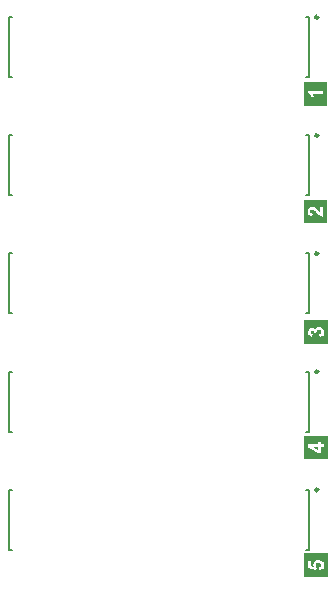
<source format=gto>
G04*
G04 #@! TF.GenerationSoftware,Altium Limited,Altium Designer,21.1.0 (24)*
G04*
G04 Layer_Color=65535*
%FSLAX44Y44*%
%MOMM*%
G71*
G04*
G04 #@! TF.SameCoordinates,BAFAB9C6-4635-4B56-BF62-033A307C6E1E*
G04*
G04*
G04 #@! TF.FilePolarity,Positive*
G04*
G01*
G75*
%ADD10C,0.2500*%
%ADD11C,0.2000*%
G36*
X162463Y465344D02*
X142463D01*
Y485344D01*
X162463D01*
Y465344D01*
D02*
G37*
G36*
X162276Y365793D02*
X142276D01*
Y385793D01*
X162276D01*
Y365793D01*
D02*
G37*
G36*
X162760Y165984D02*
X142760D01*
Y185984D01*
X162760D01*
Y165984D01*
D02*
G37*
G36*
X162760Y86533D02*
Y66533D01*
X142760D01*
Y86533D01*
X162760D01*
D02*
G37*
G36*
X162797Y283976D02*
Y263976D01*
X142797D01*
Y283976D01*
X162797D01*
D02*
G37*
%LPC*%
G36*
X158907Y478158D02*
X146019D01*
Y476158D01*
X146445Y475973D01*
X146834Y475732D01*
X147204Y475473D01*
X147500Y475214D01*
X147741Y474992D01*
X147926Y474788D01*
X148000Y474714D01*
X148056Y474659D01*
X148074Y474622D01*
X148093Y474603D01*
X148389Y474196D01*
X148648Y473807D01*
X148852Y473455D01*
X149000Y473140D01*
X149111Y472881D01*
X149204Y472696D01*
X149222Y472622D01*
X149241Y472566D01*
X149260Y472548D01*
Y472529D01*
X151482D01*
X151222Y473196D01*
X150944Y473788D01*
X150796Y474066D01*
X150630Y474325D01*
X150482Y474566D01*
X150333Y474788D01*
X150185Y474992D01*
X150056Y475177D01*
X149945Y475325D01*
X149833Y475455D01*
X149741Y475566D01*
X149685Y475640D01*
X149648Y475677D01*
X149630Y475695D01*
X158907D01*
Y473140D01*
Y478158D01*
D02*
G37*
G36*
X158720Y380098D02*
X145832D01*
Y371488D01*
Y376024D01*
X145850Y375709D01*
X145869Y375413D01*
X145962Y374839D01*
X146110Y374358D01*
X146184Y374136D01*
X146276Y373932D01*
X146350Y373747D01*
X146443Y373599D01*
X146517Y373450D01*
X146573Y373339D01*
X146647Y373247D01*
X146684Y373191D01*
X146702Y373154D01*
X146721Y373136D01*
X146906Y372932D01*
X147091Y372747D01*
X147313Y372580D01*
X147554Y372432D01*
X148035Y372210D01*
X148498Y372025D01*
X148739Y371969D01*
X148943Y371913D01*
X149128Y371858D01*
X149295Y371839D01*
X149443Y371802D01*
X149535D01*
X149609Y371784D01*
X149628D01*
X149869Y374228D01*
X149498Y374265D01*
X149184Y374339D01*
X148906Y374413D01*
X148702Y374506D01*
X148535Y374580D01*
X148424Y374654D01*
X148350Y374710D01*
X148332Y374728D01*
X148184Y374913D01*
X148073Y375117D01*
X147980Y375321D01*
X147924Y375524D01*
X147887Y375691D01*
X147869Y375839D01*
Y375969D01*
X147887Y376246D01*
X147943Y376487D01*
X148017Y376691D01*
X148091Y376876D01*
X148165Y377006D01*
X148239Y377117D01*
X148295Y377172D01*
X148313Y377191D01*
X148498Y377339D01*
X148702Y377450D01*
X148906Y377524D01*
X149109Y377580D01*
X149295Y377617D01*
X149461Y377635D01*
X149554D01*
X149572D01*
X149591D01*
X149869Y377617D01*
X150128Y377561D01*
X150387Y377468D01*
X150609Y377376D01*
X150813Y377283D01*
X150961Y377191D01*
X151054Y377135D01*
X151091Y377117D01*
X151202Y377043D01*
X151331Y376931D01*
X151498Y376783D01*
X151646Y376635D01*
X151998Y376302D01*
X152350Y375969D01*
X152683Y375635D01*
X152831Y375487D01*
X152942Y375339D01*
X153054Y375228D01*
X153127Y375154D01*
X153183Y375098D01*
X153202Y375080D01*
X153553Y374710D01*
X153887Y374376D01*
X154201Y374062D01*
X154479Y373784D01*
X154757Y373525D01*
X155016Y373302D01*
X155238Y373099D01*
X155461Y372932D01*
X155646Y372784D01*
X155812Y372654D01*
X155942Y372543D01*
X156072Y372469D01*
X156146Y372395D01*
X156220Y372358D01*
X156257Y372321D01*
X156275D01*
X156701Y372080D01*
X157146Y371895D01*
X157553Y371747D01*
X157923Y371636D01*
X158257Y371562D01*
X158386Y371543D01*
X158497Y371525D01*
X158590Y371506D01*
X158664Y371488D01*
X158720D01*
Y380098D01*
D02*
G37*
%LPD*%
G36*
X149146Y380079D02*
X148869Y380042D01*
X148610Y380005D01*
X148369Y379931D01*
X147943Y379746D01*
X147573Y379561D01*
X147406Y379450D01*
X147276Y379357D01*
X147147Y379265D01*
X147054Y379172D01*
X146980Y379098D01*
X146906Y379061D01*
X146887Y379024D01*
X146869Y379005D01*
X146684Y378802D01*
X146517Y378561D01*
X146388Y378339D01*
X146276Y378080D01*
X146091Y377598D01*
X145962Y377117D01*
X145925Y376894D01*
X145887Y376691D01*
X145869Y376506D01*
X145850Y376339D01*
X145832Y376209D01*
Y380098D01*
X149424D01*
X149146Y380079D01*
D02*
G37*
G36*
X156442Y375210D02*
X156201Y375358D01*
X155998Y375524D01*
X155905Y375598D01*
X155831Y375654D01*
X155794Y375691D01*
X155775Y375709D01*
X155701Y375784D01*
X155609Y375858D01*
X155405Y376080D01*
X155164Y376320D01*
X154924Y376561D01*
X154701Y376802D01*
X154516Y377006D01*
X154442Y377080D01*
X154387Y377135D01*
X154368Y377172D01*
X154350Y377191D01*
X153961Y377598D01*
X153646Y377931D01*
X153350Y378209D01*
X153127Y378431D01*
X152942Y378598D01*
X152813Y378709D01*
X152720Y378783D01*
X152702Y378802D01*
X152387Y379042D01*
X152091Y379246D01*
X151813Y379413D01*
X151572Y379542D01*
X151369Y379654D01*
X151202Y379728D01*
X151109Y379765D01*
X151072Y379783D01*
X150776Y379894D01*
X150480Y379968D01*
X150202Y380024D01*
X149943Y380061D01*
X149739Y380079D01*
X149572Y380098D01*
X156442D01*
Y375210D01*
D02*
G37*
%LPC*%
G36*
X159194Y180595D02*
X146325D01*
Y171374D01*
Y176929D01*
X154491Y171374D01*
X146325D01*
X156620D01*
Y176632D01*
X159194D01*
Y179002D01*
X156620D01*
Y180595D01*
X159194D01*
D02*
G37*
%LPD*%
G36*
X154472Y179002D02*
X146325D01*
Y180595D01*
X154472D01*
Y179002D01*
D02*
G37*
G36*
Y173651D02*
X150065Y176632D01*
X154472D01*
Y173651D01*
D02*
G37*
%LPC*%
G36*
X159203Y80847D02*
D01*
Y76440D01*
X159185Y76848D01*
X159129Y77236D01*
X159055Y77588D01*
X158944Y77922D01*
X158814Y78236D01*
X158666Y78514D01*
X158518Y78773D01*
X158352Y79014D01*
X158203Y79218D01*
X158055Y79403D01*
X157907Y79570D01*
X157778Y79699D01*
X157667Y79792D01*
X157592Y79866D01*
X157537Y79903D01*
X157518Y79921D01*
X157278Y80088D01*
X157037Y80236D01*
X156796Y80347D01*
X156537Y80458D01*
X156055Y80625D01*
X155611Y80736D01*
X155426Y80773D01*
X155241Y80792D01*
X155074Y80829D01*
X154926D01*
X154815Y80847D01*
X154667D01*
X154315Y80829D01*
X153982Y80792D01*
X153667Y80736D01*
X153371Y80662D01*
X153111Y80588D01*
X152852Y80477D01*
X152611Y80384D01*
X152408Y80273D01*
X152223Y80162D01*
X152056Y80070D01*
X151908Y79959D01*
X151797Y79884D01*
X151704Y79810D01*
X151630Y79755D01*
X151593Y79718D01*
X151574Y79699D01*
X151371Y79477D01*
X151186Y79255D01*
X151019Y79014D01*
X150871Y78773D01*
X150760Y78551D01*
X150667Y78310D01*
X150519Y77885D01*
X150463Y77681D01*
X150427Y77496D01*
X150408Y77329D01*
X150389Y77200D01*
X150371Y77088D01*
Y76922D01*
X150389Y76607D01*
X150445Y76292D01*
X150500Y76014D01*
X150575Y75755D01*
X150667Y75552D01*
X150723Y75385D01*
X150778Y75274D01*
X150797Y75255D01*
Y75237D01*
X148612Y75626D01*
Y80273D01*
X146316D01*
Y73774D01*
X153000Y72515D01*
X153278Y74496D01*
X153111Y74663D01*
X152963Y74829D01*
X152834Y74996D01*
X152723Y75163D01*
X152556Y75477D01*
X152445Y75774D01*
X152389Y76033D01*
X152352Y76218D01*
X152334Y76292D01*
Y76403D01*
X152352Y76700D01*
X152426Y76977D01*
X152519Y77218D01*
X152630Y77422D01*
X152760Y77570D01*
X152852Y77699D01*
X152926Y77773D01*
X152945Y77792D01*
X153185Y77977D01*
X153463Y78107D01*
X153759Y78199D01*
X154056Y78255D01*
X154315Y78310D01*
X154519Y78329D01*
X154611D01*
X154667D01*
X154704D01*
X154722D01*
X155167Y78310D01*
X155556Y78255D01*
X155870Y78162D01*
X156130Y78070D01*
X156352Y77959D01*
X156500Y77885D01*
X156574Y77811D01*
X156611Y77792D01*
X156815Y77588D01*
X156981Y77366D01*
X157092Y77144D01*
X157167Y76940D01*
X157204Y76755D01*
X157222Y76607D01*
X157241Y76514D01*
Y76477D01*
X157222Y76237D01*
X157167Y75996D01*
X157092Y75792D01*
X157000Y75626D01*
X156907Y75477D01*
X156833Y75366D01*
X156778Y75292D01*
X156759Y75274D01*
X156556Y75107D01*
X156352Y74959D01*
X156130Y74848D01*
X155926Y74774D01*
X155741Y74718D01*
X155574Y74681D01*
X155482Y74663D01*
X155444D01*
X155704Y72218D01*
X156000Y72274D01*
X156278Y72330D01*
X156778Y72515D01*
X157222Y72719D01*
X157407Y72830D01*
X157592Y72959D01*
X157740Y73070D01*
X157870Y73163D01*
X157981Y73274D01*
X158092Y73348D01*
X158166Y73422D01*
X158222Y73478D01*
X158240Y73515D01*
X158259Y73533D01*
X158426Y73755D01*
X158574Y73978D01*
X158703Y74218D01*
X158796Y74459D01*
X158981Y74959D01*
X159092Y75403D01*
X159129Y75626D01*
X159148Y75811D01*
X159166Y75996D01*
X159185Y76144D01*
X159203Y76274D01*
Y72218D01*
X146316D01*
D01*
X159203D01*
Y80847D01*
D02*
G37*
G36*
X155199Y278235D02*
X146233D01*
D01*
X155199D01*
D02*
G37*
G36*
X159361D02*
X155288D01*
X154862Y278198D01*
X154491Y278124D01*
X154139Y278031D01*
X153862Y277902D01*
X153621Y277772D01*
X153454Y277680D01*
X153343Y277605D01*
X153306Y277568D01*
X153028Y277309D01*
X152788Y277013D01*
X152603Y276717D01*
X152454Y276439D01*
X152343Y276198D01*
X152288Y275995D01*
X152251Y275921D01*
Y275865D01*
X152232Y275828D01*
Y275809D01*
X152029Y276143D01*
X151825Y276420D01*
X151603Y276661D01*
X151381Y276883D01*
X151158Y277069D01*
X150936Y277217D01*
X150714Y277328D01*
X150510Y277439D01*
X150307Y277513D01*
X150121Y277568D01*
X149955Y277605D01*
X149807Y277624D01*
X149696Y277643D01*
X149603Y277661D01*
X149547D01*
X149529D01*
X149307Y277643D01*
X149103Y277624D01*
X148696Y277513D01*
X148325Y277383D01*
X148010Y277217D01*
X147751Y277050D01*
X147566Y276902D01*
X147492Y276846D01*
X147436Y276791D01*
X147418Y276772D01*
X147399Y276754D01*
X147196Y276550D01*
X147011Y276309D01*
X146862Y276087D01*
X146733Y275847D01*
X146603Y275587D01*
X146511Y275347D01*
X146381Y274884D01*
X146325Y274680D01*
X146288Y274476D01*
X146270Y274310D01*
X146251Y274143D01*
X146233Y274013D01*
Y274217D01*
Y269718D01*
Y273847D01*
X146251Y273458D01*
X146288Y273106D01*
X146362Y272773D01*
X146437Y272495D01*
X146511Y272273D01*
X146585Y272088D01*
X146622Y271977D01*
X146640Y271958D01*
Y271940D01*
X146807Y271643D01*
X146992Y271365D01*
X147177Y271143D01*
X147344Y270958D01*
X147510Y270810D01*
X147640Y270699D01*
X147714Y270625D01*
X147751Y270606D01*
X148029Y270440D01*
X148325Y270292D01*
X148640Y270180D01*
X148936Y270069D01*
X149214Y269995D01*
X149418Y269940D01*
X149510Y269921D01*
X149566D01*
X149603Y269903D01*
X149621D01*
X149992Y272162D01*
X149696Y272217D01*
X149436Y272291D01*
X149214Y272365D01*
X149047Y272458D01*
X148899Y272551D01*
X148788Y272625D01*
X148733Y272680D01*
X148714Y272699D01*
X148566Y272865D01*
X148455Y273050D01*
X148381Y273236D01*
X148325Y273402D01*
X148288Y273550D01*
X148270Y273661D01*
Y273773D01*
X148288Y273995D01*
X148325Y274217D01*
X148399Y274384D01*
X148455Y274532D01*
X148529Y274661D01*
X148603Y274736D01*
X148640Y274791D01*
X148659Y274809D01*
X148807Y274939D01*
X148992Y275032D01*
X149158Y275106D01*
X149325Y275143D01*
X149473Y275180D01*
X149584Y275198D01*
X149658D01*
X149696D01*
X149973Y275180D01*
X150214Y275124D01*
X150418Y275032D01*
X150584Y274939D01*
X150732Y274828D01*
X150825Y274754D01*
X150899Y274680D01*
X150918Y274661D01*
X151066Y274439D01*
X151177Y274198D01*
X151251Y273939D01*
X151306Y273699D01*
X151325Y273476D01*
X151343Y273291D01*
Y273125D01*
X153325Y272865D01*
X153269Y273106D01*
X153214Y273310D01*
X153177Y273513D01*
X153158Y273680D01*
X153139Y273810D01*
Y273995D01*
X153158Y274254D01*
X153232Y274476D01*
X153306Y274680D01*
X153417Y274865D01*
X153510Y274995D01*
X153603Y275106D01*
X153677Y275180D01*
X153695Y275198D01*
X153917Y275365D01*
X154158Y275495D01*
X154399Y275587D01*
X154639Y275661D01*
X154862Y275698D01*
X155028Y275717D01*
X155139D01*
X155158D01*
X155176D01*
X155528Y275698D01*
X155843Y275643D01*
X156121Y275550D01*
X156343Y275458D01*
X156510Y275347D01*
X156639Y275272D01*
X156732Y275198D01*
X156750Y275180D01*
X156935Y274976D01*
X157084Y274754D01*
X157176Y274550D01*
X157250Y274347D01*
X157287Y274161D01*
X157306Y274032D01*
X157324Y273939D01*
Y273902D01*
X157306Y273643D01*
X157250Y273421D01*
X157176Y273217D01*
X157084Y273032D01*
X157009Y272902D01*
X156935Y272791D01*
X156880Y272717D01*
X156861Y272699D01*
X156658Y272532D01*
X156435Y272384D01*
X156195Y272291D01*
X155973Y272199D01*
X155769Y272143D01*
X155602Y272106D01*
X155491Y272088D01*
X155473D01*
X155454D01*
X155750Y269718D01*
X156047Y269755D01*
X156324Y269829D01*
X156843Y269995D01*
X157287Y270199D01*
X157472Y270329D01*
X157658Y270440D01*
X157824Y270551D01*
X157954Y270662D01*
X158083Y270754D01*
X158176Y270847D01*
X158250Y270921D01*
X158306Y270977D01*
X158343Y271014D01*
X158361Y271032D01*
X158528Y271254D01*
X158694Y271495D01*
X158824Y271717D01*
X158935Y271977D01*
X159120Y272458D01*
X159232Y272902D01*
X159269Y273125D01*
X159306Y273310D01*
X159324Y273476D01*
X159343Y273624D01*
X159361Y273754D01*
Y269718D01*
Y273921D01*
X159343Y274254D01*
X159306Y274587D01*
X159250Y274884D01*
X159176Y275180D01*
X159083Y275439D01*
X158991Y275698D01*
X158880Y275939D01*
X158769Y276143D01*
X158658Y276328D01*
X158546Y276513D01*
X158454Y276643D01*
X158361Y276772D01*
X158287Y276865D01*
X158232Y276939D01*
X158195Y276976D01*
X158176Y276994D01*
X157954Y277217D01*
X157713Y277402D01*
X157472Y277568D01*
X157232Y277717D01*
X156973Y277828D01*
X156732Y277939D01*
X156287Y278087D01*
X156084Y278124D01*
X155880Y278161D01*
X155713Y278198D01*
X155565Y278217D01*
X155454Y278235D01*
X159361D01*
D02*
G37*
%LPD*%
D10*
X154600Y540400D02*
G03*
X154600Y540400I-1250J0D01*
G01*
Y340400D02*
G03*
X154600Y340400I-1250J0D01*
G01*
Y240400D02*
G03*
X154600Y240400I-1250J0D01*
G01*
Y140400D02*
G03*
X154600Y140400I-1250J0D01*
G01*
Y440400D02*
G03*
X154600Y440400I-1250J0D01*
G01*
D11*
X-107000Y489600D02*
X-104650D01*
X-107000Y540400D02*
X-104650D01*
X-107000Y489600D02*
Y540400D01*
X147000Y489600D02*
Y540400D01*
X144650D02*
X147000D01*
X144650Y489600D02*
X147000D01*
X-107000Y289600D02*
X-104650D01*
X-107000Y340400D02*
X-104650D01*
X-107000Y289600D02*
Y340400D01*
X147000Y289600D02*
Y340400D01*
X144650D02*
X147000D01*
X144650Y289600D02*
X147000D01*
X-107000Y189600D02*
X-104650D01*
X-107000Y240400D02*
X-104650D01*
X-107000Y189600D02*
Y240400D01*
X147000Y189600D02*
Y240400D01*
X144650D02*
X147000D01*
X144650Y189600D02*
X147000D01*
X-107000Y89600D02*
X-104650D01*
X-107000Y140400D02*
X-104650D01*
X-107000Y89600D02*
Y140400D01*
X147000Y89600D02*
Y140400D01*
X144650D02*
X147000D01*
X144650Y89600D02*
X147000D01*
X-107000Y389600D02*
X-104650D01*
X-107000Y440400D02*
X-104650D01*
X-107000Y389600D02*
Y440400D01*
X147000Y389600D02*
Y440400D01*
X144650D02*
X147000D01*
X144650Y389600D02*
X147000D01*
M02*

</source>
